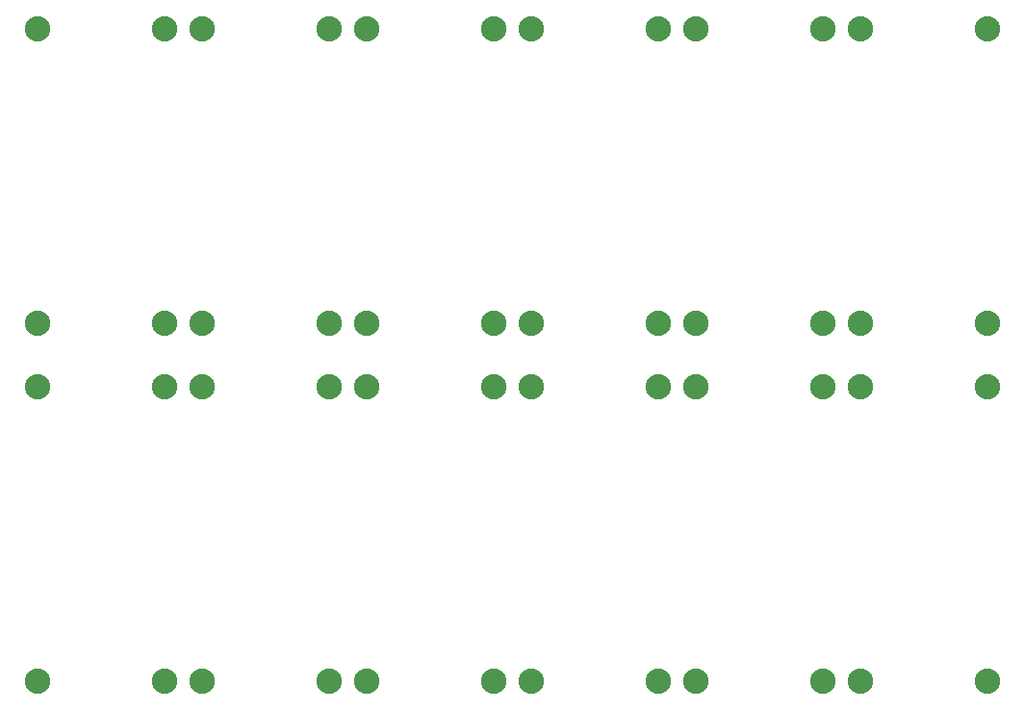
<source format=gbs>
G75*
%MOIN*%
%OFA0B0*%
%FSLAX25Y25*%
%IPPOS*%
%LPD*%
%AMOC8*
5,1,8,0,0,1.08239X$1,22.5*
%
%ADD10C,0.08800*%
D10*
X0021000Y0053333D03*
X0065000Y0053333D03*
X0078000Y0053333D03*
X0122000Y0053333D03*
X0135000Y0053333D03*
X0179000Y0053333D03*
X0192000Y0053333D03*
X0236000Y0053333D03*
X0249000Y0053333D03*
X0293000Y0053333D03*
X0306000Y0053333D03*
X0350000Y0053333D03*
X0350000Y0155333D03*
X0350000Y0177333D03*
X0306000Y0177333D03*
X0293000Y0177333D03*
X0293000Y0155333D03*
X0306000Y0155333D03*
X0249000Y0155333D03*
X0236000Y0155333D03*
X0236000Y0177333D03*
X0249000Y0177333D03*
X0192000Y0177333D03*
X0179000Y0177333D03*
X0179000Y0155333D03*
X0192000Y0155333D03*
X0135000Y0155333D03*
X0122000Y0155333D03*
X0122000Y0177333D03*
X0135000Y0177333D03*
X0078000Y0177333D03*
X0065000Y0177333D03*
X0065000Y0155333D03*
X0078000Y0155333D03*
X0021000Y0155333D03*
X0021000Y0177333D03*
X0021000Y0279333D03*
X0065000Y0279333D03*
X0078000Y0279333D03*
X0122000Y0279333D03*
X0135000Y0279333D03*
X0179000Y0279333D03*
X0192000Y0279333D03*
X0236000Y0279333D03*
X0249000Y0279333D03*
X0293000Y0279333D03*
X0306000Y0279333D03*
X0350000Y0279333D03*
M02*

</source>
